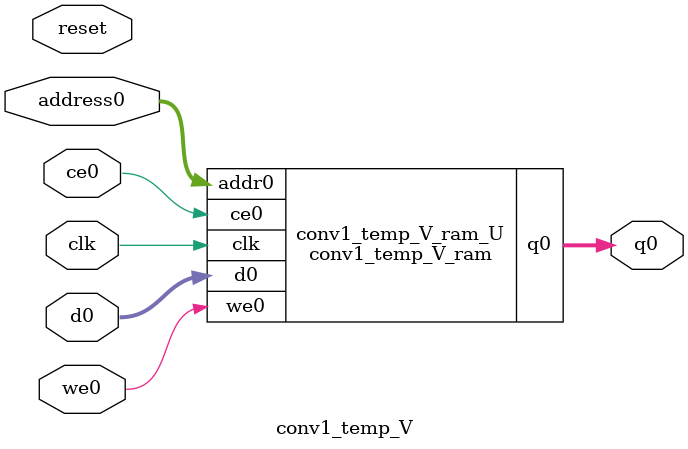
<source format=v>
`timescale 1 ns / 1 ps
module conv1_temp_V_ram (addr0, ce0, d0, we0, q0,  clk);

parameter DWIDTH = 8;
parameter AWIDTH = 10;
parameter MEM_SIZE = 784;

input[AWIDTH-1:0] addr0;
input ce0;
input[DWIDTH-1:0] d0;
input we0;
output reg[DWIDTH-1:0] q0;
input clk;

(* ram_style = "block" *)reg [DWIDTH-1:0] ram[0:MEM_SIZE-1];




always @(posedge clk)  
begin 
    if (ce0) begin
        if (we0) 
            ram[addr0] <= d0; 
        q0 <= ram[addr0];
    end
end


endmodule

`timescale 1 ns / 1 ps
module conv1_temp_V(
    reset,
    clk,
    address0,
    ce0,
    we0,
    d0,
    q0);

parameter DataWidth = 32'd8;
parameter AddressRange = 32'd784;
parameter AddressWidth = 32'd10;
input reset;
input clk;
input[AddressWidth - 1:0] address0;
input ce0;
input we0;
input[DataWidth - 1:0] d0;
output[DataWidth - 1:0] q0;



conv1_temp_V_ram conv1_temp_V_ram_U(
    .clk( clk ),
    .addr0( address0 ),
    .ce0( ce0 ),
    .we0( we0 ),
    .d0( d0 ),
    .q0( q0 ));

endmodule


</source>
